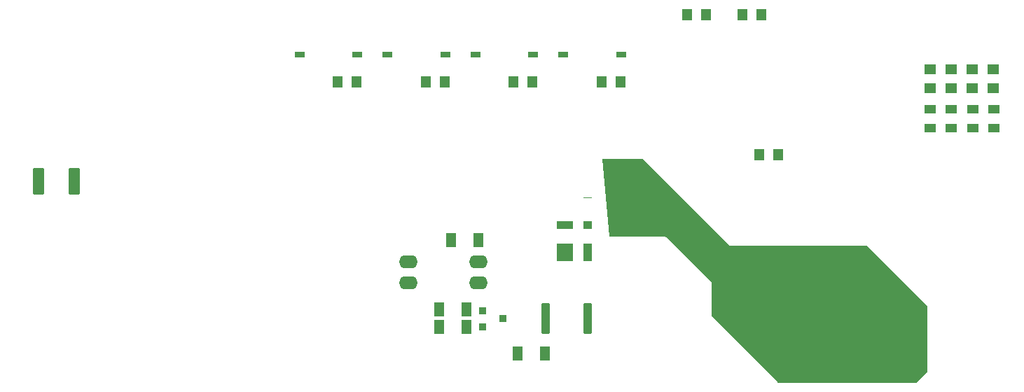
<source format=gbr>
%TF.GenerationSoftware,Altium Limited,Altium Designer,21.3.2 (30)*%
G04 Layer_Color=8421504*
%FSLAX24Y24*%
%MOIN*%
%TF.SameCoordinates,B2232A1B-76E2-43D3-9B88-882A457EFEF9*%
%TF.FilePolarity,Positive*%
%TF.FileFunction,Paste,Top*%
%TF.Part,Single*%
G01*
G75*
%TA.AperFunction,SMDPad,CuDef*%
%ADD10R,0.0500X0.0550*%
%ADD11O,0.0886X0.0630*%
%ADD12R,0.0500X0.0650*%
G04:AMPARAMS|DCode=13|XSize=52.8mil|YSize=129.5mil|CornerRadius=6.6mil|HoleSize=0mil|Usage=FLASHONLY|Rotation=180.000|XOffset=0mil|YOffset=0mil|HoleType=Round|Shape=RoundedRectangle|*
%AMROUNDEDRECTD13*
21,1,0.0528,0.1163,0,0,180.0*
21,1,0.0396,0.1295,0,0,180.0*
1,1,0.0132,-0.0198,0.0582*
1,1,0.0132,0.0198,0.0582*
1,1,0.0132,0.0198,-0.0582*
1,1,0.0132,-0.0198,-0.0582*
%
%ADD13ROUNDEDRECTD13*%
%ADD14R,0.0472X0.0315*%
%ADD15R,0.0550X0.0394*%
%ADD16R,0.0550X0.0500*%
G04:AMPARAMS|DCode=18|XSize=41.7mil|YSize=148.8mil|CornerRadius=11.1mil|HoleSize=0mil|Usage=FLASHONLY|Rotation=0.000|XOffset=0mil|YOffset=0mil|HoleType=Round|Shape=RoundedRectangle|*
%AMROUNDEDRECTD18*
21,1,0.0417,0.1267,0,0,0.0*
21,1,0.0196,0.1488,0,0,0.0*
1,1,0.0221,0.0098,-0.0634*
1,1,0.0221,-0.0098,-0.0634*
1,1,0.0221,-0.0098,0.0634*
1,1,0.0221,0.0098,0.0634*
%
%ADD18ROUNDEDRECTD18*%
%ADD19R,0.0374X0.0354*%
G36*
X31711Y8718D02*
X31312D01*
Y8772D01*
X31711D01*
Y8718D01*
D02*
G37*
G36*
X30825D02*
X30073D01*
Y8736D01*
X30825D01*
Y8718D01*
D02*
G37*
G36*
X29939D02*
X28840D01*
Y8740D01*
X29939D01*
Y8718D01*
D02*
G37*
G36*
X30825Y7256D02*
X30067D01*
Y7636D01*
X30825D01*
Y7256D01*
D02*
G37*
G36*
X31711Y7247D02*
X31310D01*
Y7636D01*
X31711D01*
Y7247D01*
D02*
G37*
G36*
X30825Y5733D02*
X30062D01*
Y6553D01*
X30825D01*
Y5733D01*
D02*
G37*
G36*
X31711Y5729D02*
X31307D01*
Y6553D01*
X31711D01*
Y5729D01*
D02*
G37*
G36*
X38290Y6460D02*
X44820D01*
X47680Y3600D01*
Y470D01*
X47150Y-60D01*
X40590D01*
X37410Y3120D01*
Y4720D01*
X35220Y6910D01*
X32550D01*
X32230Y10610D01*
X34140D01*
X38290Y6460D01*
D02*
G37*
D10*
X39800Y17460D02*
D03*
X38900D02*
D03*
X37170D02*
D03*
X36270D02*
D03*
X39700Y10810D02*
D03*
X40600D02*
D03*
X23819Y14260D02*
D03*
X24719D02*
D03*
X28004D02*
D03*
X28904D02*
D03*
X32189D02*
D03*
X33089D02*
D03*
X19633D02*
D03*
X20533D02*
D03*
D11*
X26323Y5700D02*
D03*
Y4700D02*
D03*
X22977D02*
D03*
Y5700D02*
D03*
D12*
X26320Y6740D02*
D03*
X25020D02*
D03*
X29500Y1330D02*
D03*
X28200D02*
D03*
X24450Y2590D02*
D03*
X25750D02*
D03*
X25750Y3420D02*
D03*
X24450D02*
D03*
D13*
X5394Y9520D02*
D03*
X7086D02*
D03*
D14*
X30368Y15560D02*
D03*
X33124D02*
D03*
X26183D02*
D03*
X28938D02*
D03*
X21997D02*
D03*
X24753D02*
D03*
X17812D02*
D03*
X20568D02*
D03*
D15*
X50853Y12051D02*
D03*
Y12951D02*
D03*
X49845Y12051D02*
D03*
Y12951D02*
D03*
X48836Y12051D02*
D03*
Y12951D02*
D03*
X47828Y12051D02*
D03*
Y12951D02*
D03*
D16*
X49830Y14861D02*
D03*
Y13961D02*
D03*
X47813Y14861D02*
D03*
Y13961D02*
D03*
X48821D02*
D03*
Y14861D02*
D03*
X50838Y13961D02*
D03*
Y14861D02*
D03*
D18*
X31510Y2990D02*
D03*
X29510D02*
D03*
D19*
X26518Y2606D02*
D03*
X27502Y2980D02*
D03*
X26518Y3354D02*
D03*
%TF.MD5,76c4e49da5be7bc6c2531410ca4208bb*%
M02*

</source>
